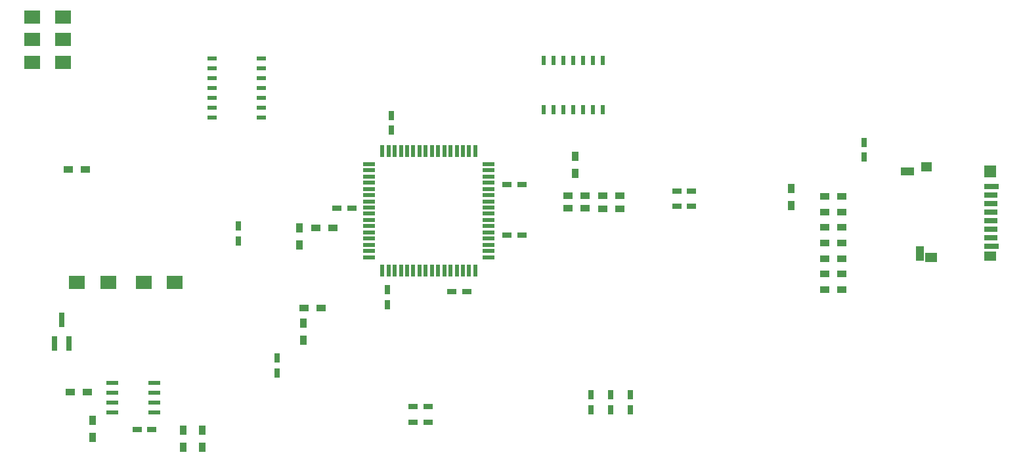
<source format=gtp>
G04 #@! TF.FileFunction,Paste,Top*
%FSLAX46Y46*%
G04 Gerber Fmt 4.6, Leading zero omitted, Abs format (unit mm)*
G04 Created by KiCad (PCBNEW 4.0.6) date 02/16/18 16:32:41*
%MOMM*%
%LPD*%
G01*
G04 APERTURE LIST*
%ADD10C,0.100000*%
%ADD11R,0.550000X1.500000*%
%ADD12R,1.500000X0.550000*%
%ADD13R,0.750000X1.200000*%
%ADD14R,1.200000X0.750000*%
%ADD15R,1.200000X0.900000*%
%ADD16R,2.000000X1.700000*%
%ADD17R,0.900000X1.200000*%
%ADD18R,1.550000X0.600000*%
%ADD19R,0.508000X1.143000*%
%ADD20R,1.143000X0.508000*%
%ADD21R,0.800000X1.900000*%
%ADD22R,1.500000X1.300000*%
%ADD23R,1.850000X0.700000*%
%ADD24R,1.750000X0.700000*%
%ADD25R,1.500000X1.500000*%
%ADD26R,1.400000X1.200000*%
%ADD27R,1.700000X1.000000*%
%ADD28R,1.500000X1.200000*%
%ADD29R,1.000000X1.850000*%
G04 APERTURE END LIST*
D10*
D11*
X147850000Y-91140000D03*
X147050000Y-91140000D03*
X146250000Y-91140000D03*
X145450000Y-91140000D03*
X144650000Y-91140000D03*
X143850000Y-91140000D03*
X143050000Y-91140000D03*
X142250000Y-91140000D03*
X141450000Y-91140000D03*
X140650000Y-91140000D03*
X139850000Y-91140000D03*
X139050000Y-91140000D03*
X138250000Y-91140000D03*
X137450000Y-91140000D03*
X136650000Y-91140000D03*
X135850000Y-91140000D03*
D12*
X134150000Y-92840000D03*
X134150000Y-93640000D03*
X134150000Y-94440000D03*
X134150000Y-95240000D03*
X134150000Y-96040000D03*
X134150000Y-96840000D03*
X134150000Y-97640000D03*
X134150000Y-98440000D03*
X134150000Y-99240000D03*
X134150000Y-100040000D03*
X134150000Y-100840000D03*
X134150000Y-101640000D03*
X134150000Y-102440000D03*
X134150000Y-103240000D03*
X134150000Y-104040000D03*
X134150000Y-104840000D03*
D11*
X135850000Y-106540000D03*
X136650000Y-106540000D03*
X137450000Y-106540000D03*
X138250000Y-106540000D03*
X139050000Y-106540000D03*
X139850000Y-106540000D03*
X140650000Y-106540000D03*
X141450000Y-106540000D03*
X142250000Y-106540000D03*
X143050000Y-106540000D03*
X143850000Y-106540000D03*
X144650000Y-106540000D03*
X145450000Y-106540000D03*
X146250000Y-106540000D03*
X147050000Y-106540000D03*
X147850000Y-106540000D03*
D12*
X149550000Y-104840000D03*
X149550000Y-104040000D03*
X149550000Y-103240000D03*
X149550000Y-102440000D03*
X149550000Y-101640000D03*
X149550000Y-100840000D03*
X149550000Y-100040000D03*
X149550000Y-99240000D03*
X149550000Y-98440000D03*
X149550000Y-97640000D03*
X149550000Y-96840000D03*
X149550000Y-96040000D03*
X149550000Y-95240000D03*
X149550000Y-94440000D03*
X149550000Y-93640000D03*
X149550000Y-92840000D03*
D13*
X167800000Y-122600000D03*
X167800000Y-124500000D03*
D14*
X139840000Y-126120000D03*
X141740000Y-126120000D03*
D13*
X165300000Y-122600000D03*
X165300000Y-124500000D03*
D14*
X139850000Y-124050000D03*
X141750000Y-124050000D03*
D13*
X162800000Y-122600000D03*
X162800000Y-124500000D03*
D14*
X131900000Y-98500000D03*
X130000000Y-98500000D03*
X151950000Y-102000000D03*
X153850000Y-102000000D03*
D13*
X137000000Y-88450000D03*
X137000000Y-86550000D03*
X136500000Y-109050000D03*
X136500000Y-110950000D03*
D14*
X144850000Y-109300000D03*
X146750000Y-109300000D03*
X153850000Y-95500000D03*
X151950000Y-95500000D03*
D15*
X95400000Y-93500000D03*
X97600000Y-93500000D03*
D16*
X90700000Y-76800000D03*
X94700000Y-76800000D03*
X94700000Y-73900000D03*
X90700000Y-73900000D03*
X94700000Y-79700000D03*
X90700000Y-79700000D03*
D17*
X188600000Y-98200000D03*
X188600000Y-96000000D03*
D18*
X106450000Y-124875000D03*
X106450000Y-123605000D03*
X106450000Y-122335000D03*
X106450000Y-121065000D03*
X101050000Y-121065000D03*
X101050000Y-122335000D03*
X101050000Y-123605000D03*
X101050000Y-124875000D03*
D16*
X109100000Y-108100000D03*
X105100000Y-108100000D03*
X100500000Y-108100000D03*
X96500000Y-108100000D03*
D14*
X106125000Y-127050000D03*
X104225000Y-127050000D03*
D19*
X156690000Y-85802000D03*
X157960000Y-85802000D03*
X159230000Y-85802000D03*
X160500000Y-85802000D03*
X161770000Y-85802000D03*
X163040000Y-85802000D03*
X164310000Y-85802000D03*
X164310000Y-79452000D03*
X163040000Y-79452000D03*
X160500000Y-79452000D03*
X159230000Y-79452000D03*
X157960000Y-79452000D03*
X156690000Y-79452000D03*
X161770000Y-79452000D03*
D20*
X113898000Y-79190000D03*
X113898000Y-80460000D03*
X113898000Y-81730000D03*
X113898000Y-83000000D03*
X113898000Y-84270000D03*
X113898000Y-85540000D03*
X113898000Y-86810000D03*
X120248000Y-86810000D03*
X120248000Y-85540000D03*
X120248000Y-83000000D03*
X120248000Y-81730000D03*
X120248000Y-80460000D03*
X120248000Y-79190000D03*
X120248000Y-84270000D03*
D21*
X93575000Y-115925000D03*
X95475000Y-115925000D03*
X94525000Y-112925000D03*
D17*
X98500000Y-125875000D03*
X98500000Y-128075000D03*
D15*
X95660000Y-122250000D03*
X97860000Y-122250000D03*
D17*
X110150000Y-127150000D03*
X110150000Y-129350000D03*
X112600000Y-127100000D03*
X112600000Y-129300000D03*
X125200000Y-101100000D03*
X125200000Y-103300000D03*
X125650000Y-113350000D03*
X125650000Y-115550000D03*
D15*
X164300000Y-96900000D03*
X166500000Y-96900000D03*
X164300000Y-98600000D03*
X166500000Y-98600000D03*
X127300000Y-101100000D03*
X129500000Y-101100000D03*
X125750000Y-111350000D03*
X127950000Y-111350000D03*
X162000000Y-96900000D03*
X159800000Y-96900000D03*
X162000000Y-98500000D03*
X159800000Y-98500000D03*
D17*
X160700000Y-94000000D03*
X160700000Y-91800000D03*
D13*
X198000000Y-91950000D03*
X198000000Y-90050000D03*
D15*
X195100000Y-103000000D03*
X192900000Y-103000000D03*
X192900000Y-97000000D03*
X195100000Y-97000000D03*
X192900000Y-99000000D03*
X195100000Y-99000000D03*
X195100000Y-105000000D03*
X192900000Y-105000000D03*
X195100000Y-107000000D03*
X192900000Y-107000000D03*
X195100000Y-101000000D03*
X192900000Y-101000000D03*
X195100000Y-109000000D03*
X192900000Y-109000000D03*
D22*
X214250000Y-104700000D03*
D23*
X214400000Y-103400000D03*
D24*
X214350000Y-102300000D03*
X214350000Y-101200000D03*
X214350000Y-100100000D03*
X214350000Y-99000000D03*
X214350000Y-97900000D03*
X214350000Y-96800000D03*
D23*
X214400000Y-95700000D03*
D25*
X214250000Y-93750000D03*
D26*
X206000000Y-93150000D03*
D27*
X203550000Y-93750000D03*
D28*
X206650000Y-104900000D03*
D29*
X205150000Y-104350000D03*
D14*
X173850000Y-98300000D03*
X175750000Y-98300000D03*
X173850000Y-96300000D03*
X175750000Y-96300000D03*
D13*
X122300000Y-117850000D03*
X122300000Y-119750000D03*
X117300000Y-100850000D03*
X117300000Y-102750000D03*
M02*

</source>
